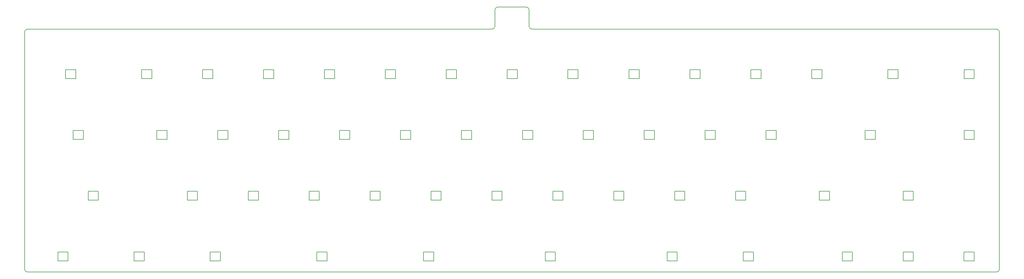
<source format=gbr>
%TF.GenerationSoftware,KiCad,Pcbnew,(6.0.5)*%
%TF.CreationDate,2023-01-25T17:17:28+09:00*%
%TF.ProjectId,chasma,63686173-6d61-42e6-9b69-6361645f7063,rev?*%
%TF.SameCoordinates,Original*%
%TF.FileFunction,Profile,NP*%
%FSLAX46Y46*%
G04 Gerber Fmt 4.6, Leading zero omitted, Abs format (unit mm)*
G04 Created by KiCad (PCBNEW (6.0.5)) date 2023-01-25 17:17:28*
%MOMM*%
%LPD*%
G01*
G04 APERTURE LIST*
%TA.AperFunction,Profile*%
%ADD10C,0.200000*%
%TD*%
G04 APERTURE END LIST*
D10*
X210423328Y-106950668D02*
X210610965Y-107008953D01*
X210780734Y-107101172D01*
X210928607Y-107223299D01*
X211050586Y-107371307D01*
X211142688Y-107541169D01*
X211200794Y-107728857D01*
X211220889Y-107930345D01*
X211220264Y-108545302D01*
X211219638Y-109160259D01*
X211219013Y-109775217D01*
X211217136Y-111620090D01*
X211216510Y-112235048D01*
X211215885Y-112850006D01*
X211235980Y-113051493D01*
X211294086Y-113239181D01*
X211386188Y-113409041D01*
X211508151Y-113557048D01*
X211656040Y-113679175D01*
X211825809Y-113771393D01*
X212013431Y-113829677D01*
X212214817Y-113849999D01*
X230347507Y-113849894D01*
X266612857Y-113849684D01*
X284745548Y-113849579D01*
X302878223Y-113849475D01*
X321010898Y-113849370D01*
X357276279Y-113849160D01*
X357477817Y-113869475D01*
X357665531Y-113927743D01*
X357835391Y-114019941D01*
X357983402Y-114142049D01*
X358105503Y-114290045D01*
X358197696Y-114459909D01*
X358255985Y-114647619D01*
X358276279Y-114849153D01*
X358276279Y-189024350D01*
X358255985Y-189225888D01*
X358197696Y-189413601D01*
X358105503Y-189583470D01*
X357983402Y-189731465D01*
X357835391Y-189853573D01*
X357665531Y-189945775D01*
X357477817Y-190004048D01*
X357276279Y-190024365D01*
X54513962Y-190024365D01*
X54312427Y-190004033D01*
X54124717Y-189945759D01*
X53954853Y-189853558D01*
X53806855Y-189731450D01*
X53684746Y-189583455D01*
X53592547Y-189413586D01*
X53534278Y-189225880D01*
X53513962Y-189024342D01*
X53513962Y-114849155D01*
X53534278Y-114647620D01*
X53592547Y-114459910D01*
X53684747Y-114290047D01*
X53806856Y-114142050D01*
X53954853Y-114019942D01*
X54124717Y-113927744D01*
X54312427Y-113869476D01*
X54513962Y-113849161D01*
X90779224Y-113849371D01*
X108911853Y-113849475D01*
X127044483Y-113849581D01*
X145177112Y-113849685D01*
X199575000Y-113850000D01*
X199776599Y-113829691D01*
X199964405Y-113771440D01*
X200134357Y-113679262D01*
X200282474Y-113557172D01*
X200404712Y-113409187D01*
X200497012Y-113239320D01*
X200555408Y-113051588D01*
X200575900Y-112850007D01*
X200577152Y-111620091D01*
X200577777Y-111005133D01*
X200580280Y-108545303D01*
X200580905Y-107930345D01*
X200601398Y-107728763D01*
X200659793Y-107541031D01*
X200752201Y-107371164D01*
X200874439Y-107223177D01*
X201022556Y-107101087D01*
X201192508Y-107008908D01*
X201380298Y-106950655D01*
X201582019Y-106930345D01*
X210221851Y-106930345D01*
X210423328Y-106950668D01*
%TO.C,LED02_01*%
X113875000Y-145600000D02*
X117075000Y-145600000D01*
X117075000Y-148400000D02*
X113875000Y-148400000D01*
X113875000Y-148400000D02*
X113875000Y-145600000D01*
X117075000Y-145600000D02*
X117075000Y-148400000D01*
%TO.C,LED08_01*%
X231350000Y-148425000D02*
X228150000Y-148425000D01*
X228150000Y-145625000D02*
X231350000Y-145625000D01*
X228150000Y-148425000D02*
X228150000Y-145625000D01*
X231350000Y-145625000D02*
X231350000Y-148425000D01*
%TO.C,LED13_02*%
X328200000Y-167475000D02*
X328200000Y-164675000D01*
X328200000Y-164675000D02*
X331400000Y-164675000D01*
X331400000Y-164675000D02*
X331400000Y-167475000D01*
X331400000Y-167475000D02*
X328200000Y-167475000D01*
%TO.C,LED04_00*%
X147225000Y-126550000D02*
X150425000Y-126550000D01*
X150425000Y-126550000D02*
X150425000Y-129350000D01*
X150425000Y-129350000D02*
X147225000Y-129350000D01*
X147225000Y-129350000D02*
X147225000Y-126550000D01*
%TO.C,LED11_02*%
X302025000Y-167475000D02*
X302025000Y-164675000D01*
X305225000Y-164675000D02*
X305225000Y-167475000D01*
X305225000Y-167475000D02*
X302025000Y-167475000D01*
X302025000Y-164675000D02*
X305225000Y-164675000D01*
%TO.C,LED03_03*%
X148025000Y-183725000D02*
X148025000Y-186525000D01*
X144825000Y-186525000D02*
X144825000Y-183725000D01*
X148025000Y-186525000D02*
X144825000Y-186525000D01*
X144825000Y-183725000D02*
X148025000Y-183725000D01*
%TO.C,LED09_00*%
X245675000Y-126575000D02*
X245675000Y-129375000D01*
X242475000Y-126575000D02*
X245675000Y-126575000D01*
X242475000Y-129375000D02*
X242475000Y-126575000D01*
X245675000Y-129375000D02*
X242475000Y-129375000D01*
%TO.C,LED06_00*%
X188525000Y-126550000D02*
X188525000Y-129350000D01*
X188525000Y-129350000D02*
X185325000Y-129350000D01*
X185325000Y-129350000D02*
X185325000Y-126550000D01*
X185325000Y-126550000D02*
X188525000Y-126550000D01*
%TO.C,LED14_01*%
X350450000Y-148425000D02*
X347250000Y-148425000D01*
X347250000Y-148425000D02*
X347250000Y-145625000D01*
X350450000Y-145625000D02*
X350450000Y-148425000D01*
X347250000Y-145625000D02*
X350450000Y-145625000D01*
%TO.C,LED13_00*%
X326650000Y-129375000D02*
X323450000Y-129375000D01*
X323450000Y-126575000D02*
X326650000Y-126575000D01*
X323450000Y-129375000D02*
X323450000Y-126575000D01*
X326650000Y-126575000D02*
X326650000Y-129375000D01*
%TO.C,LED01_00*%
X93275000Y-129350000D02*
X90075000Y-129350000D01*
X93275000Y-126550000D02*
X93275000Y-129350000D01*
X90075000Y-126550000D02*
X93275000Y-126550000D01*
X90075000Y-129350000D02*
X90075000Y-126550000D01*
%TO.C,LED10_02*%
X279000000Y-164675000D02*
X279000000Y-167475000D01*
X279000000Y-167475000D02*
X275800000Y-167475000D01*
X275800000Y-164675000D02*
X279000000Y-164675000D01*
X275800000Y-167475000D02*
X275800000Y-164675000D01*
%TO.C,LED12_01*%
X316275000Y-148425000D02*
X316275000Y-145625000D01*
X316275000Y-145625000D02*
X319475000Y-145625000D01*
X319475000Y-145625000D02*
X319475000Y-148425000D01*
X319475000Y-148425000D02*
X316275000Y-148425000D01*
%TO.C,LED11_00*%
X283775000Y-126575000D02*
X283775000Y-129375000D01*
X283775000Y-129375000D02*
X280575000Y-129375000D01*
X280575000Y-129375000D02*
X280575000Y-126575000D01*
X280575000Y-126575000D02*
X283775000Y-126575000D01*
%TO.C,LED09_01*%
X250425000Y-145625000D02*
X250425000Y-148425000D01*
X247225000Y-148425000D02*
X247225000Y-145625000D01*
X250425000Y-148425000D02*
X247225000Y-148425000D01*
X247225000Y-145625000D02*
X250425000Y-145625000D01*
%TO.C,LED02_02*%
X123425000Y-164675000D02*
X126625000Y-164675000D01*
X126625000Y-167475000D02*
X123425000Y-167475000D01*
X126625000Y-164675000D02*
X126625000Y-167475000D01*
X123425000Y-167475000D02*
X123425000Y-164675000D01*
%TO.C,LED07_01*%
X209175000Y-145625000D02*
X212375000Y-145625000D01*
X209175000Y-148425000D02*
X209175000Y-145625000D01*
X212375000Y-145625000D02*
X212375000Y-148425000D01*
X212375000Y-148425000D02*
X209175000Y-148425000D01*
%TO.C,LED00_00*%
X66275000Y-126575000D02*
X69475000Y-126575000D01*
X66275000Y-129375000D02*
X66275000Y-126575000D01*
X69475000Y-126575000D02*
X69475000Y-129375000D01*
X69475000Y-129375000D02*
X66275000Y-129375000D01*
%TO.C,LED10_00*%
X261500000Y-129375000D02*
X261500000Y-126575000D01*
X264700000Y-126575000D02*
X264700000Y-129375000D01*
X264700000Y-129375000D02*
X261500000Y-129375000D01*
X261500000Y-126575000D02*
X264700000Y-126575000D01*
%TO.C,LED02_03*%
X111500000Y-183725000D02*
X114700000Y-183725000D01*
X111500000Y-186525000D02*
X111500000Y-183725000D01*
X114700000Y-186525000D02*
X111500000Y-186525000D01*
X114700000Y-183725000D02*
X114700000Y-186525000D01*
%TO.C,LED05_03*%
X178225000Y-183725000D02*
X181425000Y-183725000D01*
X181425000Y-186525000D02*
X178225000Y-186525000D01*
X181425000Y-183725000D02*
X181425000Y-186525000D01*
X178225000Y-186525000D02*
X178225000Y-183725000D01*
%TO.C,LED10_01*%
X266275000Y-145625000D02*
X269475000Y-145625000D01*
X266275000Y-148425000D02*
X266275000Y-145625000D01*
X269475000Y-145625000D02*
X269475000Y-148425000D01*
X269475000Y-148425000D02*
X266275000Y-148425000D01*
%TO.C,LED00_01*%
X71850000Y-148425000D02*
X68650000Y-148425000D01*
X68650000Y-148425000D02*
X68650000Y-145625000D01*
X71850000Y-145625000D02*
X71850000Y-148425000D01*
X68650000Y-145625000D02*
X71850000Y-145625000D01*
%TO.C,LED09_03*%
X257575000Y-186525000D02*
X254375000Y-186525000D01*
X254375000Y-186525000D02*
X254375000Y-183725000D01*
X257575000Y-183725000D02*
X257575000Y-186525000D01*
X254375000Y-183725000D02*
X257575000Y-183725000D01*
%TO.C,LED04_01*%
X155200000Y-145625000D02*
X155200000Y-148425000D01*
X152000000Y-148425000D02*
X152000000Y-145625000D01*
X155200000Y-148425000D02*
X152000000Y-148425000D01*
X152000000Y-145625000D02*
X155200000Y-145625000D01*
%TO.C,LED01_02*%
X104350000Y-164675000D02*
X107550000Y-164675000D01*
X104350000Y-167475000D02*
X104350000Y-164675000D01*
X107550000Y-164675000D02*
X107550000Y-167475000D01*
X107550000Y-167475000D02*
X104350000Y-167475000D01*
%TO.C,LED05_02*%
X183750000Y-167475000D02*
X180550000Y-167475000D01*
X183750000Y-164675000D02*
X183750000Y-167475000D01*
X180550000Y-164675000D02*
X183750000Y-164675000D01*
X180550000Y-167475000D02*
X180550000Y-164675000D01*
%TO.C,LED03_00*%
X128175000Y-129375000D02*
X128175000Y-126575000D01*
X131375000Y-129375000D02*
X128175000Y-129375000D01*
X131375000Y-126575000D02*
X131375000Y-129375000D01*
X128175000Y-126575000D02*
X131375000Y-126575000D01*
%TO.C,LED02_00*%
X112325000Y-129375000D02*
X109125000Y-129375000D01*
X109125000Y-126575000D02*
X112325000Y-126575000D01*
X112325000Y-126575000D02*
X112325000Y-129375000D01*
X109125000Y-129375000D02*
X109125000Y-126575000D01*
%TO.C,LED03_01*%
X132925000Y-145625000D02*
X136125000Y-145625000D01*
X132925000Y-148425000D02*
X132925000Y-145625000D01*
X136125000Y-148425000D02*
X132925000Y-148425000D01*
X136125000Y-145625000D02*
X136125000Y-148425000D01*
%TO.C,LED04_02*%
X164690000Y-164675000D02*
X164690000Y-167475000D01*
X161490000Y-167475000D02*
X161490000Y-164675000D01*
X161490000Y-164675000D02*
X164690000Y-164675000D01*
X164690000Y-167475000D02*
X161490000Y-167475000D01*
%TO.C,LED10_03*%
X278200000Y-186525000D02*
X278200000Y-183725000D01*
X281400000Y-183725000D02*
X281400000Y-186525000D01*
X281400000Y-186525000D02*
X278200000Y-186525000D01*
X278200000Y-183725000D02*
X281400000Y-183725000D01*
%TO.C,LED05_01*%
X174225000Y-145625000D02*
X174225000Y-148425000D01*
X171025000Y-148425000D02*
X171025000Y-145625000D01*
X174225000Y-148425000D02*
X171025000Y-148425000D01*
X171025000Y-145625000D02*
X174225000Y-145625000D01*
%TO.C,LED06_02*%
X202800000Y-164675000D02*
X202800000Y-167475000D01*
X202800000Y-167475000D02*
X199600000Y-167475000D01*
X199600000Y-167475000D02*
X199600000Y-164675000D01*
X199600000Y-164675000D02*
X202800000Y-164675000D01*
%TO.C,LED13_03*%
X331400000Y-183725000D02*
X331400000Y-186525000D01*
X328200000Y-186525000D02*
X328200000Y-183725000D01*
X331400000Y-186525000D02*
X328200000Y-186525000D01*
X328200000Y-183725000D02*
X331400000Y-183725000D01*
%TO.C,LED11_01*%
X288525000Y-148425000D02*
X285325000Y-148425000D01*
X288525000Y-145625000D02*
X288525000Y-148425000D01*
X285325000Y-145625000D02*
X288525000Y-145625000D01*
X285325000Y-148425000D02*
X285325000Y-145625000D01*
%TO.C,LED03_02*%
X142440000Y-167475000D02*
X142440000Y-164675000D01*
X145640000Y-167475000D02*
X142440000Y-167475000D01*
X142440000Y-164675000D02*
X145640000Y-164675000D01*
X145640000Y-164675000D02*
X145640000Y-167475000D01*
%TO.C,LED14_03*%
X350400000Y-183700000D02*
X350400000Y-186500000D01*
X347200000Y-186500000D02*
X347200000Y-183700000D01*
X347200000Y-183700000D02*
X350400000Y-183700000D01*
X350400000Y-186500000D02*
X347200000Y-186500000D01*
%TO.C,LED08_00*%
X226575000Y-129375000D02*
X223375000Y-129375000D01*
X223375000Y-126575000D02*
X226575000Y-126575000D01*
X226575000Y-126575000D02*
X226575000Y-129375000D01*
X223375000Y-129375000D02*
X223375000Y-126575000D01*
%TO.C,LED14_00*%
X347250000Y-129375000D02*
X347250000Y-126575000D01*
X350450000Y-129375000D02*
X347250000Y-129375000D01*
X350450000Y-126575000D02*
X350450000Y-129375000D01*
X347250000Y-126575000D02*
X350450000Y-126575000D01*
%TO.C,LED05_00*%
X169450000Y-129375000D02*
X166250000Y-129375000D01*
X166250000Y-126575000D02*
X169450000Y-126575000D01*
X166250000Y-129375000D02*
X166250000Y-126575000D01*
X169450000Y-126575000D02*
X169450000Y-129375000D01*
%TO.C,LED00_02*%
X73350000Y-164675000D02*
X76550000Y-164675000D01*
X76550000Y-164675000D02*
X76550000Y-167475000D01*
X76550000Y-167475000D02*
X73350000Y-167475000D01*
X73350000Y-167475000D02*
X73350000Y-164675000D01*
%TO.C,LED12_03*%
X309150000Y-183725000D02*
X312350000Y-183725000D01*
X309150000Y-186525000D02*
X309150000Y-183725000D01*
X312350000Y-186525000D02*
X309150000Y-186525000D01*
X312350000Y-183725000D02*
X312350000Y-186525000D01*
%TO.C,LED08_02*%
X240900000Y-167475000D02*
X237700000Y-167475000D01*
X240900000Y-164675000D02*
X240900000Y-167475000D01*
X237700000Y-164675000D02*
X240900000Y-164675000D01*
X237700000Y-167475000D02*
X237700000Y-164675000D01*
%TO.C,LED07_02*%
X218650000Y-167475000D02*
X218650000Y-164675000D01*
X221850000Y-164675000D02*
X221850000Y-167475000D01*
X218650000Y-164675000D02*
X221850000Y-164675000D01*
X221850000Y-167475000D02*
X218650000Y-167475000D01*
%TO.C,LED12_00*%
X299625000Y-129375000D02*
X299625000Y-126575000D01*
X302825000Y-126575000D02*
X302825000Y-129375000D01*
X302825000Y-129375000D02*
X299625000Y-129375000D01*
X299625000Y-126575000D02*
X302825000Y-126575000D01*
%TO.C,LED09_02*%
X259950000Y-164675000D02*
X259950000Y-167475000D01*
X256750000Y-167475000D02*
X256750000Y-164675000D01*
X256750000Y-164675000D02*
X259950000Y-164675000D01*
X259950000Y-167475000D02*
X256750000Y-167475000D01*
%TO.C,LED01_03*%
X90890000Y-186525000D02*
X87690000Y-186525000D01*
X87690000Y-183725000D02*
X90890000Y-183725000D01*
X87690000Y-186525000D02*
X87690000Y-183725000D01*
X90890000Y-183725000D02*
X90890000Y-186525000D01*
%TO.C,LED00_03*%
X63875000Y-186525000D02*
X63875000Y-183725000D01*
X67075000Y-183725000D02*
X67075000Y-186525000D01*
X67075000Y-186525000D02*
X63875000Y-186525000D01*
X63875000Y-183725000D02*
X67075000Y-183725000D01*
%TO.C,LED07_00*%
X207575000Y-126575000D02*
X207575000Y-129375000D01*
X207575000Y-129375000D02*
X204375000Y-129375000D01*
X204375000Y-129375000D02*
X204375000Y-126575000D01*
X204375000Y-126575000D02*
X207575000Y-126575000D01*
%TO.C,LED01_01*%
X94825000Y-148425000D02*
X94825000Y-145625000D01*
X98025000Y-145625000D02*
X98025000Y-148425000D01*
X98025000Y-148425000D02*
X94825000Y-148425000D01*
X94825000Y-145625000D02*
X98025000Y-145625000D01*
%TO.C,LED07_03*%
X216275000Y-186525000D02*
X216275000Y-183725000D01*
X219475000Y-183725000D02*
X219475000Y-186525000D01*
X216275000Y-183725000D02*
X219475000Y-183725000D01*
X219475000Y-186525000D02*
X216275000Y-186525000D01*
%TO.C,LED06_01*%
X193275000Y-148425000D02*
X190075000Y-148425000D01*
X190075000Y-148425000D02*
X190075000Y-145625000D01*
X193275000Y-145625000D02*
X193275000Y-148425000D01*
X190075000Y-145625000D02*
X193275000Y-145625000D01*
%TD*%
M02*

</source>
